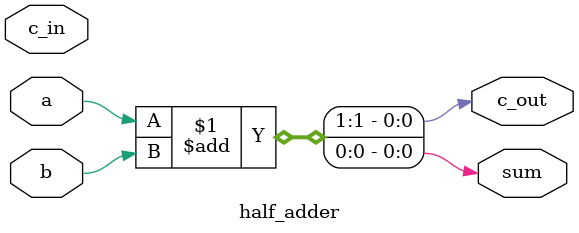
<source format=v>
module half_adder(
    sum,
    c_out,
    c_in,
    a,
    b
    );
   
output sum;
output c_out;
input a;
input b;
input c_in;

assign {c_out, sum} = a + b;

endmodule
</source>
